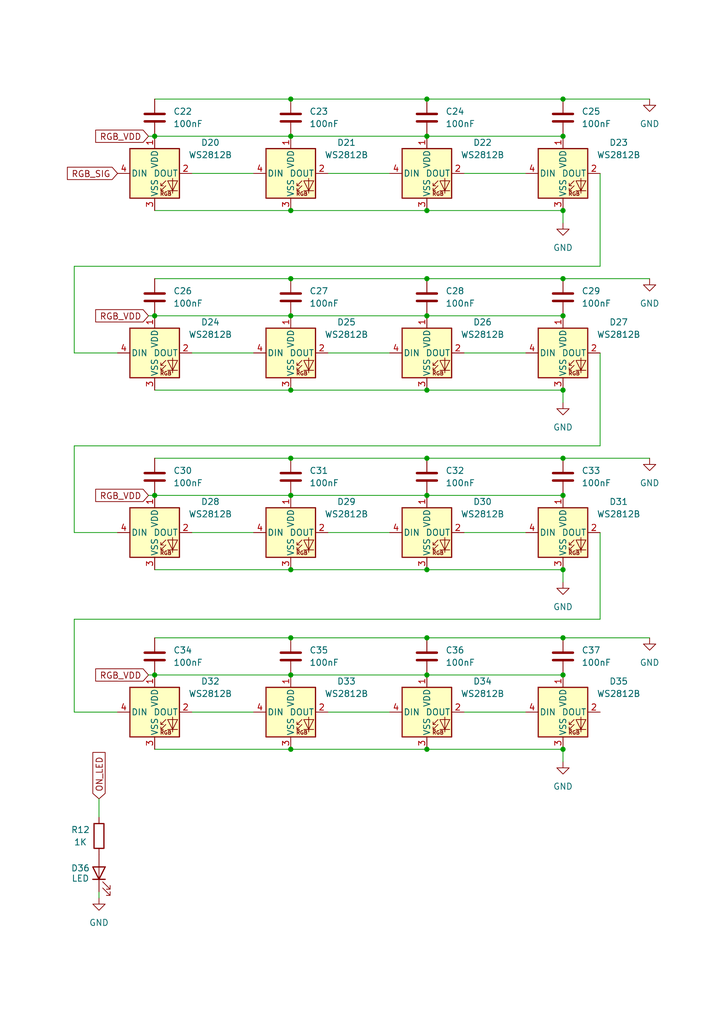
<source format=kicad_sch>
(kicad_sch (version 20231120) (generator "eeschema") (generator_version "8.0")
  (paper "A5" portrait)
  (title_block (title "EMK") (date "2024-10-10") (rev "1"))
  (lib_symbols
    (symbol "Device:C" (pin_numbers hide) (pin_names (offset 0.254))
      (property "Reference" "C" (at 0.635 2.54 0))
      (property "Value" "C" (at 0.635 -2.54 0))
      (symbol "C_0_1"
        (polyline (pts (xy -2.032 -0.762) (xy 2.032 -0.762)) (stroke (width 0.508)))
        (polyline (pts (xy -2.032 0.762) (xy 2.032 0.762)) (stroke (width 0.508)))
      )
      (symbol "C_1_1"
        (pin passive line (at 0 3.81 270) (length 2.794) (name "~") (number "1"))
        (pin passive line (at 0 -3.81 90) (length 2.794) (name "~") (number "2"))
      )
    )
    (symbol "Device:LED" (pin_numbers hide) (pin_names (offset 1.016) hide)
      (property "Reference" "D" (at 0 2.54 0))
      (property "Value" "LED" (at 0 -2.54 0))
      (symbol "LED_0_1"
        (polyline (pts (xy -1.27 -1.27) (xy -1.27 1.27)) (stroke (width 0.254)))
        (polyline (pts (xy -1.27 0) (xy 1.27 0)))
        (polyline (pts (xy 1.27 -1.27) (xy 1.27 1.27) (xy -1.27 0) (xy 1.27 -1.27)) (stroke (width 0.254)))
        (polyline (pts (xy -3.048 -0.762) (xy -4.572 -2.286) (xy -3.81 -2.286) (xy -4.572 -2.286) (xy -4.572 -1.524)))
        (polyline (pts (xy -1.778 -0.762) (xy -3.302 -2.286) (xy -2.54 -2.286) (xy -3.302 -2.286) (xy -3.302 -1.524)))
      )
      (symbol "LED_1_1"
        (pin passive line (at -3.81 0 0) (length 2.54) (name "K") (number "1"))
        (pin passive line (at 3.81 0 180) (length 2.54) (name "A") (number "2"))
      )
    )
    (symbol "Device:R" (pin_numbers hide) (pin_names (offset 0))
      (property "Reference" "R" (at 2.032 0 90))
      (property "Value" "R" (at 0 0 90))
      (symbol "R_0_1"
        (rectangle (start -1.016 -2.54) (end 1.016 2.54) (stroke (width 0.254)))
      )
      (symbol "R_1_1"
        (pin passive line (at 0 3.81 270) (length 1.27) (name "~") (number "1"))
        (pin passive line (at 0 -3.81 90) (length 1.27) (name "~") (number "2"))
      )
    )
    (symbol "LED:WS2812B" (pin_names (offset 0.254))
      (property "Reference" "D" (at 5.08 5.715 0))
      (property "Value" "WS2812B" (at 1.27 -5.715 0))
      (symbol "WS2812B_0_0"
        (text "RGB" (at 2.286 -4.191 0) (effects (font (size 0.762 0.762))))
      )
      (symbol "WS2812B_0_1"
        (polyline (pts (xy 1.27 -3.556) (xy 1.778 -3.556)))
        (polyline (pts (xy 1.27 -2.54) (xy 1.778 -2.54)))
        (polyline (pts (xy 4.699 -3.556) (xy 2.667 -3.556)))
        (polyline (pts (xy 2.286 -2.54) (xy 1.27 -3.556) (xy 1.27 -3.048)))
        (polyline (pts (xy 2.286 -1.524) (xy 1.27 -2.54) (xy 1.27 -2.032)))
        (polyline (pts (xy 3.683 -1.016) (xy 3.683 -3.556) (xy 3.683 -4.064)))
        (polyline (pts (xy 4.699 -1.524) (xy 2.667 -1.524) (xy 3.683 -3.556) (xy 4.699 -1.524)))
        (rectangle (start 5.08 5.08) (end -5.08 -5.08) (stroke (width 0.254)) (fill (type background)))
      )
      (symbol "WS2812B_1_1"
        (pin power_in line (at 0 7.62 270) (length 2.54) (name "VDD") (number "1"))
        (pin output line (at 7.62 0 180) (length 2.54) (name "DOUT") (number "2"))
        (pin power_in line (at 0 -7.62 90) (length 2.54) (name "VSS") (number "3"))
        (pin input line (at -7.62 0 0) (length 2.54) (name "DIN") (number "4"))
      )
    )
    (symbol "power:GND" (power) (pin_numbers hide) (pin_names (offset 0) hide)
      (property "Value" "GND" (at 0 -3.81 0))
      (symbol "GND_0_1"
        (polyline (pts (xy 0 0) (xy 0 -1.27) (xy 1.27 -1.27) (xy 0 -2.54) (xy -1.27 -1.27) (xy 0 -1.27)))
      )
      (symbol "GND_1_1"
        (pin power_in line (at 0 0 270) (length 0) (name "~") (number "1"))
      )
    )
  )
  (junction (at 59.69 101.6))
  (junction (at 59.69 80.01))
  (junction (at 87.63 130.81))
  (junction (at 87.63 93.98))
  (junction (at 87.63 80.01))
  (junction (at 115.57 153.67))
  (junction (at 115.57 101.6))
  (junction (at 59.69 130.81))
  (junction (at 87.63 43.18))
  (junction (at 31.75 27.94))
  (junction (at 115.57 64.77))
  (junction (at 59.69 116.84))
  (junction (at 115.57 43.18))
  (junction (at 87.63 101.6))
  (junction (at 87.63 138.43))
  (junction (at 87.63 64.77))
  (junction (at 59.69 27.94))
  (junction (at 115.57 116.84))
  (junction (at 87.63 153.67))
  (junction (at 59.69 153.67))
  (junction (at 31.75 138.43))
  (junction (at 87.63 57.15))
  (junction (at 115.57 20.32))
  (junction (at 115.57 57.15))
  (junction (at 59.69 64.77))
  (junction (at 59.69 57.15))
  (junction (at 59.69 20.32))
  (junction (at 31.75 101.6))
  (junction (at 59.69 93.98))
  (junction (at 115.57 93.98))
  (junction (at 87.63 20.32))
  (junction (at 59.69 138.43))
  (junction (at 31.75 64.77))
  (junction (at 87.63 116.84))
  (junction (at 115.57 27.94))
  (junction (at 115.57 138.43))
  (junction (at 115.57 80.01))
  (junction (at 115.57 130.81))
  (junction (at 87.63 27.94))
  (junction (at 59.69 43.18))
  (wire (pts (xy 31.75 138.43) (xy 59.69 138.43)))
  (wire (pts (xy 59.69 101.6) (xy 87.63 101.6)))
  (wire (pts (xy 39.37 109.22) (xy 52.07 109.22)))
  (wire (pts (xy 133.35 93.98) (xy 115.57 93.98)))
  (wire (pts (xy 31.75 116.84) (xy 59.69 116.84)))
  (wire (pts (xy 87.63 130.81) (xy 115.57 130.81)))
  (wire (pts (xy 39.37 35.56) (xy 52.07 35.56)))
  (wire (pts (xy 87.63 57.15) (xy 115.57 57.15)))
  (wire (pts (xy 15.24 146.05) (xy 24.13 146.05)))
  (wire (pts (xy 20.32 184.15) (xy 20.32 182.88)))
  (wire (pts (xy 115.57 153.67) (xy 115.57 156.21)))
  (wire (pts (xy 123.19 54.61) (xy 15.24 54.61)))
  (wire (pts (xy 123.19 35.56) (xy 123.19 54.61)))
  (wire (pts (xy 31.75 20.32) (xy 59.69 20.32)))
  (wire (pts (xy 133.35 130.81) (xy 115.57 130.81)))
  (wire (pts (xy 30.48 64.77) (xy 31.75 64.77)))
  (wire (pts (xy 59.69 116.84) (xy 87.63 116.84)))
  (wire (pts (xy 39.37 72.39) (xy 52.07 72.39)))
  (wire (pts (xy 15.24 72.39) (xy 24.13 72.39)))
  (wire (pts (xy 123.19 91.44) (xy 15.24 91.44)))
  (wire (pts (xy 59.69 43.18) (xy 87.63 43.18)))
  (wire (pts (xy 39.37 146.05) (xy 52.07 146.05)))
  (wire (pts (xy 31.75 27.94) (xy 59.69 27.94)))
  (wire (pts (xy 15.24 127) (xy 15.24 146.05)))
  (wire (pts (xy 59.69 20.32) (xy 87.63 20.32)))
  (wire (pts (xy 31.75 153.67) (xy 59.69 153.67)))
  (wire (pts (xy 31.75 130.81) (xy 59.69 130.81)))
  (wire (pts (xy 133.35 57.15) (xy 115.57 57.15)))
  (wire (pts (xy 95.25 146.05) (xy 107.95 146.05)))
  (wire (pts (xy 133.35 20.32) (xy 115.57 20.32)))
  (wire (pts (xy 87.63 101.6) (xy 115.57 101.6)))
  (wire (pts (xy 87.63 93.98) (xy 115.57 93.98)))
  (wire (pts (xy 59.69 64.77) (xy 87.63 64.77)))
  (wire (pts (xy 123.19 72.39) (xy 123.19 91.44)))
  (wire (pts (xy 30.48 138.43) (xy 31.75 138.43)))
  (wire (pts (xy 87.63 138.43) (xy 115.57 138.43)))
  (wire (pts (xy 87.63 116.84) (xy 115.57 116.84)))
  (wire (pts (xy 59.69 153.67) (xy 87.63 153.67)))
  (wire (pts (xy 67.31 35.56) (xy 80.01 35.56)))
  (wire (pts (xy 31.75 43.18) (xy 59.69 43.18)))
  (wire (pts (xy 87.63 80.01) (xy 115.57 80.01)))
  (wire (pts (xy 95.25 109.22) (xy 107.95 109.22)))
  (wire (pts (xy 115.57 116.84) (xy 115.57 119.38)))
  (wire (pts (xy 115.57 80.01) (xy 115.57 82.55)))
  (wire (pts (xy 87.63 153.67) (xy 115.57 153.67)))
  (wire (pts (xy 95.25 72.39) (xy 107.95 72.39)))
  (wire (pts (xy 59.69 27.94) (xy 87.63 27.94)))
  (wire (pts (xy 15.24 91.44) (xy 15.24 109.22)))
  (wire (pts (xy 59.69 80.01) (xy 87.63 80.01)))
  (wire (pts (xy 67.31 72.39) (xy 80.01 72.39)))
  (wire (pts (xy 59.69 93.98) (xy 87.63 93.98)))
  (wire (pts (xy 123.19 109.22) (xy 123.19 127)))
  (wire (pts (xy 87.63 64.77) (xy 115.57 64.77)))
  (wire (pts (xy 87.63 27.94) (xy 115.57 27.94)))
  (wire (pts (xy 59.69 138.43) (xy 87.63 138.43)))
  (wire (pts (xy 87.63 43.18) (xy 115.57 43.18)))
  (wire (pts (xy 20.32 163.83) (xy 20.32 167.64)))
  (wire (pts (xy 31.75 64.77) (xy 59.69 64.77)))
  (wire (pts (xy 115.57 43.18) (xy 115.57 45.72)))
  (wire (pts (xy 31.75 101.6) (xy 59.69 101.6)))
  (wire (pts (xy 67.31 146.05) (xy 80.01 146.05)))
  (wire (pts (xy 59.69 130.81) (xy 87.63 130.81)))
  (wire (pts (xy 15.24 54.61) (xy 15.24 72.39)))
  (wire (pts (xy 95.25 35.56) (xy 107.95 35.56)))
  (wire (pts (xy 31.75 80.01) (xy 59.69 80.01)))
  (wire (pts (xy 30.48 27.94) (xy 31.75 27.94)))
  (wire (pts (xy 31.75 93.98) (xy 59.69 93.98)))
  (wire (pts (xy 30.48 101.6) (xy 31.75 101.6)))
  (wire (pts (xy 15.24 109.22) (xy 24.13 109.22)))
  (wire (pts (xy 67.31 109.22) (xy 80.01 109.22)))
  (wire (pts (xy 123.19 127) (xy 15.24 127)))
  (wire (pts (xy 87.63 20.32) (xy 115.57 20.32)))
  (wire (pts (xy 31.75 57.15) (xy 59.69 57.15)))
  (wire (pts (xy 59.69 57.15) (xy 87.63 57.15)))
  (global_label "RGB_VDD" (shape input) (at 30.48 64.77 180) (property "Intersheetrefs" "${INTERSHEET_REFS}" (effects (hide yes))))
  (global_label "RGB_SIG" (shape input) (at 24.13 35.56 180) (property "Intersheetrefs" "${INTERSHEET_REFS}" (effects (hide yes))))
  (global_label "RGB_VDD" (shape input) (at 30.48 138.43 180) (property "Intersheetrefs" "${INTERSHEET_REFS}" (effects (hide yes))))
  (global_label "RGB_VDD" (shape input) (at 30.48 27.94 180) (property "Intersheetrefs" "${INTERSHEET_REFS}" (effects (hide yes))))
  (global_label "RGB_VDD" (shape input) (at 30.48 101.6 180) (property "Intersheetrefs" "${INTERSHEET_REFS}" (effects (hide yes))))
  (global_label "ON_LED" (shape input) (at 20.32 163.83 90) (property "Intersheetrefs" "${INTERSHEET_REFS}" (effects (hide yes))))
  (symbol (lib_id "Device:C") (at 87.63 60.96 0) (unit 1)
    (property "Reference" "C28" (at 91.44 59.6899 0) (effects (justify left)))
    (property "Value" "100nF" (at 91.44 62.2299 0) (effects (justify left)))
    (property "Description" "Unpolarized capacitor" (effects (hide yes)))
  )
  (symbol (lib_id "Device:C") (at 87.63 97.79 0) (unit 1)
    (property "Reference" "C32" (at 91.44 96.5199 0) (effects (justify left)))
    (property "Value" "100nF" (at 91.44 99.0599 0) (effects (justify left)))
    (property "Description" "Unpolarized capacitor" (effects (hide yes)))
  )
  (symbol (lib_id "LED:WS2812B") (at 59.69 146.05 0) (unit 1)
    (property "Reference" "D33" (at 71.12 139.7314 0))
    (property "Value" "WS2812B" (at 71.12 142.2714 0))
    (property "Footprint" "LED_SMD:LED_WS2812B_PLCC4_5.0x5.0mm_P3.2mm" (effects (hide yes)))
    (property "Datasheet" "https://cdn-shop.adafruit.com/datasheets/WS2812B.pdf" (effects (hide yes)))
    (property "Description" "RGB LED with integrated controller" (effects (hide yes)))
  )
  (symbol (lib_id "Device:C") (at 31.75 134.62 0) (unit 1)
    (property "Reference" "C34" (at 35.56 133.3499 0) (effects (justify left)))
    (property "Value" "100nF" (at 35.56 135.8899 0) (effects (justify left)))
    (property "Description" "Unpolarized capacitor" (effects (hide yes)))
  )
  (symbol (lib_id "Device:C") (at 31.75 60.96 0) (unit 1)
    (property "Reference" "C26" (at 35.56 59.6899 0) (effects (justify left)))
    (property "Value" "100nF" (at 35.56 62.2299 0) (effects (justify left)))
    (property "Description" "Unpolarized capacitor" (effects (hide yes)))
  )
  (symbol (lib_id "LED:WS2812B") (at 31.75 35.56 0) (unit 1)
    (property "Reference" "D20" (at 43.18 29.2414 0))
    (property "Value" "WS2812B" (at 43.18 31.7814 0))
    (property "Footprint" "LED_SMD:LED_WS2812B_PLCC4_5.0x5.0mm_P3.2mm" (effects (hide yes)))
    (property "Datasheet" "https://cdn-shop.adafruit.com/datasheets/WS2812B.pdf" (effects (hide yes)))
    (property "Description" "RGB LED with integrated controller" (effects (hide yes)))
  )
  (symbol (lib_id "Device:C") (at 87.63 24.13 0) (unit 1)
    (property "Reference" "C24" (at 91.44 22.8599 0) (effects (justify left)))
    (property "Value" "100nF" (at 91.44 25.3999 0) (effects (justify left)))
    (property "Description" "Unpolarized capacitor" (effects (hide yes)))
  )
  (symbol (lib_id "LED:WS2812B") (at 115.57 72.39 0) (unit 1)
    (property "Reference" "D27" (at 127 66.0714 0))
    (property "Value" "WS2812B" (at 127 68.6114 0))
    (property "Footprint" "LED_SMD:LED_WS2812B_PLCC4_5.0x5.0mm_P3.2mm" (effects (hide yes)))
    (property "Datasheet" "https://cdn-shop.adafruit.com/datasheets/WS2812B.pdf" (effects (hide yes)))
    (property "Description" "RGB LED with integrated controller" (effects (hide yes)))
  )
  (symbol (lib_id "Device:C") (at 115.57 24.13 0) (unit 1)
    (property "Reference" "C25" (at 119.38 22.8599 0) (effects (justify left)))
    (property "Value" "100nF" (at 119.38 25.3999 0) (effects (justify left)))
    (property "Description" "Unpolarized capacitor" (effects (hide yes)))
  )
  (symbol (lib_id "Device:LED") (at 20.32 179.07 90) (unit 1)
    (property "Reference" "D36" (at 16.51 178.054 90))
    (property "Value" "LED" (at 16.51 180.1495 90))
    (property "Description" "Light emitting diode" (effects (hide yes)))
  )
  (symbol (lib_id "power:GND") (at 133.35 20.32 0) (unit 1)
    (property "Reference" "#PWR018" (effects (hide yes)))
    (property "Value" "GND" (at 133.35 25.4 0))
    (property "Description" "Power symbol creates a global label with name \"GND\" , ground" (effects (hide yes)))
  )
  (symbol (lib_id "Device:C") (at 59.69 24.13 0) (unit 1)
    (property "Reference" "C23" (at 63.5 22.8599 0) (effects (justify left)))
    (property "Value" "100nF" (at 63.5 25.3999 0) (effects (justify left)))
    (property "Description" "Unpolarized capacitor" (effects (hide yes)))
  )
  (symbol (lib_id "Device:C") (at 59.69 134.62 0) (unit 1)
    (property "Reference" "C35" (at 63.5 133.3499 0) (effects (justify left)))
    (property "Value" "100nF" (at 63.5 135.8899 0) (effects (justify left)))
    (property "Description" "Unpolarized capacitor" (effects (hide yes)))
  )
  (symbol (lib_id "LED:WS2812B") (at 87.63 72.39 0) (unit 1)
    (property "Reference" "D26" (at 99.06 66.0714 0))
    (property "Value" "WS2812B" (at 99.06 68.6114 0))
    (property "Footprint" "LED_SMD:LED_WS2812B_PLCC4_5.0x5.0mm_P3.2mm" (effects (hide yes)))
    (property "Datasheet" "https://cdn-shop.adafruit.com/datasheets/WS2812B.pdf" (effects (hide yes)))
    (property "Description" "RGB LED with integrated controller" (effects (hide yes)))
  )
  (symbol (lib_id "Device:C") (at 59.69 97.79 0) (unit 1)
    (property "Reference" "C31" (at 63.5 96.5199 0) (effects (justify left)))
    (property "Value" "100nF" (at 63.5 99.0599 0) (effects (justify left)))
    (property "Description" "Unpolarized capacitor" (effects (hide yes)))
  )
  (symbol (lib_id "LED:WS2812B") (at 59.69 109.22 0) (unit 1)
    (property "Reference" "D29" (at 71.12 102.9014 0))
    (property "Value" "WS2812B" (at 71.12 105.4414 0))
    (property "Footprint" "LED_SMD:LED_WS2812B_PLCC4_5.0x5.0mm_P3.2mm" (effects (hide yes)))
    (property "Datasheet" "https://cdn-shop.adafruit.com/datasheets/WS2812B.pdf" (effects (hide yes)))
    (property "Description" "RGB LED with integrated controller" (effects (hide yes)))
  )
  (symbol (lib_id "LED:WS2812B") (at 115.57 146.05 0) (unit 1)
    (property "Reference" "D35" (at 127 139.7314 0))
    (property "Value" "WS2812B" (at 127 142.2714 0))
    (property "Footprint" "LED_SMD:LED_WS2812B_PLCC4_5.0x5.0mm_P3.2mm" (effects (hide yes)))
    (property "Datasheet" "https://cdn-shop.adafruit.com/datasheets/WS2812B.pdf" (effects (hide yes)))
    (property "Description" "RGB LED with integrated controller" (effects (hide yes)))
  )
  (symbol (lib_id "power:GND") (at 20.32 184.15 0) (unit 1)
    (property "Reference" "#PWR025" (effects (hide yes)))
    (property "Value" "GND" (at 20.32 189.23 0))
    (property "Description" "Power symbol creates a global label with name \"GND\" , ground" (effects (hide yes)))
  )
  (symbol (lib_id "Device:C") (at 115.57 97.79 0) (unit 1)
    (property "Reference" "C33" (at 119.38 96.5199 0) (effects (justify left)))
    (property "Value" "100nF" (at 119.38 99.0599 0) (effects (justify left)))
    (property "Description" "Unpolarized capacitor" (effects (hide yes)))
  )
  (symbol (lib_id "LED:WS2812B") (at 115.57 35.56 0) (unit 1)
    (property "Reference" "D23" (at 127 29.2414 0))
    (property "Value" "WS2812B" (at 127 31.7814 0))
    (property "Footprint" "LED_SMD:LED_WS2812B_PLCC4_5.0x5.0mm_P3.2mm" (effects (hide yes)))
    (property "Datasheet" "https://cdn-shop.adafruit.com/datasheets/WS2812B.pdf" (effects (hide yes)))
    (property "Description" "RGB LED with integrated controller" (effects (hide yes)))
  )
  (symbol (lib_id "Device:C") (at 31.75 97.79 0) (unit 1)
    (property "Reference" "C30" (at 35.56 96.5199 0) (effects (justify left)))
    (property "Value" "100nF" (at 35.56 99.0599 0) (effects (justify left)))
    (property "Description" "Unpolarized capacitor" (effects (hide yes)))
  )
  (symbol (lib_id "LED:WS2812B") (at 31.75 146.05 0) (unit 1)
    (property "Reference" "D32" (at 43.18 139.7314 0))
    (property "Value" "WS2812B" (at 43.18 142.2714 0))
    (property "Footprint" "LED_SMD:LED_WS2812B_PLCC4_5.0x5.0mm_P3.2mm" (effects (hide yes)))
    (property "Datasheet" "https://cdn-shop.adafruit.com/datasheets/WS2812B.pdf" (effects (hide yes)))
    (property "Description" "RGB LED with integrated controller" (effects (hide yes)))
  )
  (symbol (lib_id "LED:WS2812B") (at 115.57 109.22 0) (unit 1)
    (property "Reference" "D31" (at 127 102.9014 0))
    (property "Value" "WS2812B" (at 127 105.4414 0))
    (property "Footprint" "LED_SMD:LED_WS2812B_PLCC4_5.0x5.0mm_P3.2mm" (effects (hide yes)))
    (property "Datasheet" "https://cdn-shop.adafruit.com/datasheets/WS2812B.pdf" (effects (hide yes)))
    (property "Description" "RGB LED with integrated controller" (effects (hide yes)))
  )
  (symbol (lib_id "LED:WS2812B") (at 87.63 109.22 0) (unit 1)
    (property "Reference" "D30" (at 99.06 102.9014 0))
    (property "Value" "WS2812B" (at 99.06 105.4414 0))
    (property "Footprint" "LED_SMD:LED_WS2812B_PLCC4_5.0x5.0mm_P3.2mm" (effects (hide yes)))
    (property "Datasheet" "https://cdn-shop.adafruit.com/datasheets/WS2812B.pdf" (effects (hide yes)))
    (property "Description" "RGB LED with integrated controller" (effects (hide yes)))
  )
  (symbol (lib_id "power:GND") (at 115.57 156.21 0) (unit 1)
    (property "Reference" "#PWR023" (effects (hide yes)))
    (property "Value" "GND" (at 115.57 161.29 0))
    (property "Description" "Power symbol creates a global label with name \"GND\" , ground" (effects (hide yes)))
  )
  (symbol (lib_id "LED:WS2812B") (at 31.75 109.22 0) (unit 1)
    (property "Reference" "D28" (at 43.18 102.9014 0))
    (property "Value" "WS2812B" (at 43.18 105.4414 0))
    (property "Footprint" "LED_SMD:LED_WS2812B_PLCC4_5.0x5.0mm_P3.2mm" (effects (hide yes)))
    (property "Datasheet" "https://cdn-shop.adafruit.com/datasheets/WS2812B.pdf" (effects (hide yes)))
    (property "Description" "RGB LED with integrated controller" (effects (hide yes)))
  )
  (symbol (lib_id "Device:R") (at 20.32 171.45 180) (unit 1)
    (property "Reference" "R12" (at 16.51 170.18 0))
    (property "Value" "1K" (at 16.51 172.72 0))
    (property "Description" "Resistor" (effects (hide yes)))
  )
  (symbol (lib_id "Device:C") (at 87.63 134.62 0) (unit 1)
    (property "Reference" "C36" (at 91.44 133.3499 0) (effects (justify left)))
    (property "Value" "100nF" (at 91.44 135.8899 0) (effects (justify left)))
    (property "Description" "Unpolarized capacitor" (effects (hide yes)))
  )
  (symbol (lib_id "LED:WS2812B") (at 87.63 35.56 0) (unit 1)
    (property "Reference" "D22" (at 99.06 29.2414 0))
    (property "Value" "WS2812B" (at 99.06 31.7814 0))
    (property "Footprint" "LED_SMD:LED_WS2812B_PLCC4_5.0x5.0mm_P3.2mm" (effects (hide yes)))
    (property "Datasheet" "https://cdn-shop.adafruit.com/datasheets/WS2812B.pdf" (effects (hide yes)))
    (property "Description" "RGB LED with integrated controller" (effects (hide yes)))
  )
  (symbol (lib_id "LED:WS2812B") (at 59.69 72.39 0) (unit 1)
    (property "Reference" "D25" (at 71.12 66.0714 0))
    (property "Value" "WS2812B" (at 71.12 68.6114 0))
    (property "Footprint" "LED_SMD:LED_WS2812B_PLCC4_5.0x5.0mm_P3.2mm" (effects (hide yes)))
    (property "Datasheet" "https://cdn-shop.adafruit.com/datasheets/WS2812B.pdf" (effects (hide yes)))
    (property "Description" "RGB LED with integrated controller" (effects (hide yes)))
  )
  (symbol (lib_id "Device:C") (at 59.69 60.96 0) (unit 1)
    (property "Reference" "C27" (at 63.5 59.6899 0) (effects (justify left)))
    (property "Value" "100nF" (at 63.5 62.2299 0) (effects (justify left)))
    (property "Description" "Unpolarized capacitor" (effects (hide yes)))
  )
  (symbol (lib_id "power:GND") (at 115.57 119.38 0) (unit 1)
    (property "Reference" "#PWR021" (effects (hide yes)))
    (property "Value" "GND" (at 115.57 124.46 0))
    (property "Description" "Power symbol creates a global label with name \"GND\" , ground" (effects (hide yes)))
  )
  (symbol (lib_id "power:GND") (at 133.35 93.98 0) (unit 1)
    (property "Reference" "#PWR022" (effects (hide yes)))
    (property "Value" "GND" (at 133.35 99.06 0))
    (property "Description" "Power symbol creates a global label with name \"GND\" , ground" (effects (hide yes)))
  )
  (symbol (lib_id "LED:WS2812B") (at 31.75 72.39 0) (unit 1)
    (property "Reference" "D24" (at 43.18 66.0714 0))
    (property "Value" "WS2812B" (at 43.18 68.6114 0))
    (property "Footprint" "LED_SMD:LED_WS2812B_PLCC4_5.0x5.0mm_P3.2mm" (effects (hide yes)))
    (property "Datasheet" "https://cdn-shop.adafruit.com/datasheets/WS2812B.pdf" (effects (hide yes)))
    (property "Description" "RGB LED with integrated controller" (effects (hide yes)))
  )
  (symbol (lib_id "LED:WS2812B") (at 87.63 146.05 0) (unit 1)
    (property "Reference" "D34" (at 99.06 139.7314 0))
    (property "Value" "WS2812B" (at 99.06 142.2714 0))
    (property "Footprint" "LED_SMD:LED_WS2812B_PLCC4_5.0x5.0mm_P3.2mm" (effects (hide yes)))
    (property "Datasheet" "https://cdn-shop.adafruit.com/datasheets/WS2812B.pdf" (effects (hide yes)))
    (property "Description" "RGB LED with integrated controller" (effects (hide yes)))
  )
  (symbol (lib_id "power:GND") (at 115.57 45.72 0) (unit 1)
    (property "Reference" "#PWR017" (effects (hide yes)))
    (property "Value" "GND" (at 115.57 50.8 0))
    (property "Description" "Power symbol creates a global label with name \"GND\" , ground" (effects (hide yes)))
  )
  (symbol (lib_id "Device:C") (at 31.75 24.13 0) (unit 1)
    (property "Reference" "C22" (at 35.56 22.8599 0) (effects (justify left)))
    (property "Value" "100nF" (at 35.56 25.3999 0) (effects (justify left)))
    (property "Description" "Unpolarized capacitor" (effects (hide yes)))
  )
  (symbol (lib_id "power:GND") (at 133.35 57.15 0) (unit 1)
    (property "Reference" "#PWR020" (effects (hide yes)))
    (property "Value" "GND" (at 133.35 62.23 0))
    (property "Description" "Power symbol creates a global label with name \"GND\" , ground" (effects (hide yes)))
  )
  (symbol (lib_id "Device:C") (at 115.57 134.62 0) (unit 1)
    (property "Reference" "C37" (at 119.38 133.3499 0) (effects (justify left)))
    (property "Value" "100nF" (at 119.38 135.8899 0) (effects (justify left)))
    (property "Description" "Unpolarized capacitor" (effects (hide yes)))
  )
  (symbol (lib_id "Device:C") (at 115.57 60.96 0) (unit 1)
    (property "Reference" "C29" (at 119.38 59.6899 0) (effects (justify left)))
    (property "Value" "100nF" (at 119.38 62.2299 0) (effects (justify left)))
    (property "Description" "Unpolarized capacitor" (effects (hide yes)))
  )
  (symbol (lib_id "LED:WS2812B") (at 59.69 35.56 0) (unit 1)
    (property "Reference" "D21" (at 71.12 29.2414 0))
    (property "Value" "WS2812B" (at 71.12 31.7814 0))
    (property "Footprint" "LED_SMD:LED_WS2812B_PLCC4_5.0x5.0mm_P3.2mm" (effects (hide yes)))
    (property "Datasheet" "https://cdn-shop.adafruit.com/datasheets/WS2812B.pdf" (effects (hide yes)))
    (property "Description" "RGB LED with integrated controller" (effects (hide yes)))
  )
  (symbol (lib_id "power:GND") (at 115.57 82.55 0) (unit 1)
    (property "Reference" "#PWR019" (effects (hide yes)))
    (property "Value" "GND" (at 115.57 87.63 0))
    (property "Description" "Power symbol creates a global label with name \"GND\" , ground" (effects (hide yes)))
  )
  (symbol (lib_id "power:GND") (at 133.35 130.81 0) (unit 1)
    (property "Reference" "#PWR024" (effects (hide yes)))
    (property "Value" "GND" (at 133.35 135.89 0))
    (property "Description" "Power symbol creates a global label with name \"GND\" , ground" (effects (hide yes)))
  )
)
</source>
